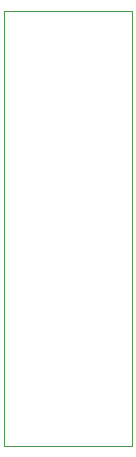
<source format=gbr>
G04 #@! TF.GenerationSoftware,KiCad,Pcbnew,(5.1.0)-1*
G04 #@! TF.CreationDate,2019-07-27T07:21:47+08:00*
G04 #@! TF.ProjectId,Down,446f776e-2e6b-4696-9361-645f70636258,rev?*
G04 #@! TF.SameCoordinates,Original*
G04 #@! TF.FileFunction,Profile,NP*
%FSLAX46Y46*%
G04 Gerber Fmt 4.6, Leading zero omitted, Abs format (unit mm)*
G04 Created by KiCad (PCBNEW (5.1.0)-1) date 2019-07-27 07:21:47*
%MOMM*%
%LPD*%
G04 APERTURE LIST*
%ADD10C,0.050000*%
G04 APERTURE END LIST*
D10*
X160300000Y-92500000D02*
X149400000Y-92500000D01*
X160300000Y-129300000D02*
X160300000Y-92500000D01*
X149400000Y-129300000D02*
X160300000Y-129300000D01*
X149400000Y-129300000D02*
X149400000Y-92500000D01*
M02*

</source>
